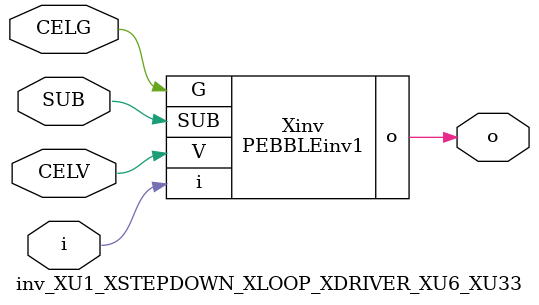
<source format=v>



module PEBBLEinv1 ( o, G, SUB, V, i );

  input V;
  input i;
  input G;
  output o;
  input SUB;
endmodule

//Celera Confidential Do Not Copy inv_XU1_XSTEPDOWN_XLOOP_XDRIVER_XU6_XU33
//Celera Confidential Symbol Generator
//5V Inverter
module inv_XU1_XSTEPDOWN_XLOOP_XDRIVER_XU6_XU33 (CELV,CELG,i,o,SUB);
input CELV;
input CELG;
input i;
input SUB;
output o;

//Celera Confidential Do Not Copy inv
PEBBLEinv1 Xinv(
.V (CELV),
.i (i),
.o (o),
.SUB (SUB),
.G (CELG)
);
//,diesize,PEBBLEinv1

//Celera Confidential Do Not Copy Module End
//Celera Schematic Generator
endmodule

</source>
